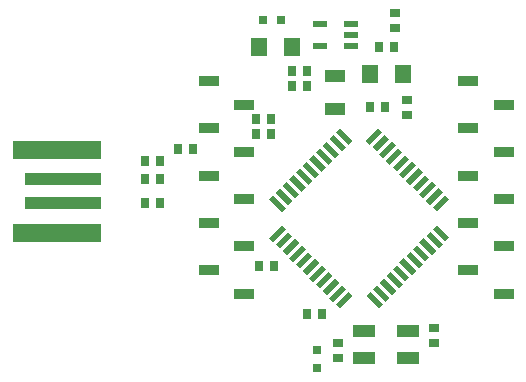
<source format=gtp>
G75*
G70*
%OFA0B0*%
%FSLAX24Y24*%
%IPPOS*%
%LPD*%
%AMOC8*
5,1,8,0,0,1.08239X$1,22.5*
%
%ADD10R,0.0276X0.0354*%
%ADD11R,0.0551X0.0630*%
%ADD12R,0.0354X0.0276*%
%ADD13R,0.0315X0.0315*%
%ADD14R,0.0591X0.0197*%
%ADD15R,0.0197X0.0591*%
%ADD16R,0.0748X0.0433*%
%ADD17R,0.0709X0.0394*%
%ADD18R,0.0472X0.0217*%
%ADD19R,0.2953X0.0591*%
%ADD20R,0.2559X0.0394*%
%ADD21R,0.0669X0.0335*%
D10*
X004944Y006401D03*
X005456Y006401D03*
X005456Y007201D03*
X004944Y007201D03*
X004944Y007801D03*
X005456Y007801D03*
X006044Y008201D03*
X006556Y008201D03*
X008644Y008701D03*
X009156Y008701D03*
X009156Y009201D03*
X008644Y009201D03*
X009844Y010301D03*
X010356Y010301D03*
X010356Y010801D03*
X009844Y010801D03*
X012444Y009601D03*
X012956Y009601D03*
X012744Y011601D03*
X013256Y011601D03*
X009256Y004301D03*
X008744Y004301D03*
X010344Y002701D03*
X010856Y002701D03*
D11*
X012449Y010701D03*
X013551Y010701D03*
X009851Y011601D03*
X008749Y011601D03*
D12*
X013300Y012245D03*
X013300Y012757D03*
X013700Y009857D03*
X013700Y009345D03*
X014600Y002257D03*
X014600Y001745D03*
X011400Y001757D03*
X011400Y001245D03*
D13*
X010700Y001496D03*
X010700Y000905D03*
X009495Y012501D03*
X008905Y012501D03*
D14*
G36*
X011733Y008351D02*
X011316Y008766D01*
X011455Y008905D01*
X011872Y008490D01*
X011733Y008351D01*
G37*
G36*
X011511Y008128D02*
X011094Y008543D01*
X011233Y008682D01*
X011650Y008267D01*
X011511Y008128D01*
G37*
G36*
X011288Y007905D02*
X010871Y008320D01*
X011010Y008459D01*
X011427Y008044D01*
X011288Y007905D01*
G37*
G36*
X011066Y007682D02*
X010649Y008097D01*
X010788Y008236D01*
X011205Y007821D01*
X011066Y007682D01*
G37*
G36*
X010844Y007459D02*
X010427Y007874D01*
X010566Y008013D01*
X010983Y007598D01*
X010844Y007459D01*
G37*
G36*
X010622Y007235D02*
X010205Y007650D01*
X010344Y007789D01*
X010761Y007374D01*
X010622Y007235D01*
G37*
G36*
X010399Y007012D02*
X009982Y007427D01*
X010121Y007566D01*
X010538Y007151D01*
X010399Y007012D01*
G37*
G36*
X010177Y006789D02*
X009760Y007204D01*
X009899Y007343D01*
X010316Y006928D01*
X010177Y006789D01*
G37*
G36*
X009955Y006566D02*
X009538Y006981D01*
X009677Y007120D01*
X010094Y006705D01*
X009955Y006566D01*
G37*
G36*
X009732Y006343D02*
X009315Y006758D01*
X009454Y006897D01*
X009871Y006482D01*
X009732Y006343D01*
G37*
G36*
X009510Y006120D02*
X009093Y006535D01*
X009232Y006674D01*
X009649Y006259D01*
X009510Y006120D01*
G37*
G36*
X013190Y003342D02*
X012773Y003757D01*
X012912Y003896D01*
X013329Y003481D01*
X013190Y003342D01*
G37*
G36*
X012967Y003119D02*
X012550Y003534D01*
X012689Y003673D01*
X013106Y003258D01*
X012967Y003119D01*
G37*
G36*
X012745Y002896D02*
X012328Y003311D01*
X012467Y003450D01*
X012884Y003035D01*
X012745Y002896D01*
G37*
G36*
X013412Y003566D02*
X012995Y003981D01*
X013134Y004120D01*
X013551Y003705D01*
X013412Y003566D01*
G37*
G36*
X013634Y003789D02*
X013217Y004204D01*
X013356Y004343D01*
X013773Y003928D01*
X013634Y003789D01*
G37*
G36*
X013856Y004012D02*
X013439Y004427D01*
X013578Y004566D01*
X013995Y004151D01*
X013856Y004012D01*
G37*
G36*
X014079Y004235D02*
X013662Y004650D01*
X013801Y004789D01*
X014218Y004374D01*
X014079Y004235D01*
G37*
G36*
X014301Y004458D02*
X013884Y004873D01*
X014023Y005012D01*
X014440Y004597D01*
X014301Y004458D01*
G37*
G36*
X014523Y004681D02*
X014106Y005096D01*
X014245Y005235D01*
X014662Y004820D01*
X014523Y004681D01*
G37*
G36*
X014746Y004904D02*
X014329Y005319D01*
X014468Y005458D01*
X014885Y005043D01*
X014746Y004904D01*
G37*
G36*
X014968Y005127D02*
X014551Y005542D01*
X014690Y005681D01*
X015107Y005266D01*
X014968Y005127D01*
G37*
D15*
G36*
X014689Y006128D02*
X014550Y006267D01*
X014965Y006684D01*
X015104Y006545D01*
X014689Y006128D01*
G37*
G36*
X014466Y006351D02*
X014327Y006490D01*
X014742Y006907D01*
X014881Y006768D01*
X014466Y006351D01*
G37*
G36*
X014243Y006573D02*
X014104Y006712D01*
X014519Y007129D01*
X014658Y006990D01*
X014243Y006573D01*
G37*
G36*
X014020Y006795D02*
X013881Y006934D01*
X014296Y007351D01*
X014435Y007212D01*
X014020Y006795D01*
G37*
G36*
X013797Y007018D02*
X013658Y007157D01*
X014073Y007574D01*
X014212Y007435D01*
X013797Y007018D01*
G37*
G36*
X013574Y007240D02*
X013435Y007379D01*
X013850Y007796D01*
X013989Y007657D01*
X013574Y007240D01*
G37*
G36*
X013351Y007462D02*
X013212Y007601D01*
X013627Y008018D01*
X013766Y007879D01*
X013351Y007462D01*
G37*
G36*
X013128Y007685D02*
X012989Y007824D01*
X013404Y008241D01*
X013543Y008102D01*
X013128Y007685D01*
G37*
G36*
X012905Y007907D02*
X012766Y008046D01*
X013181Y008463D01*
X013320Y008324D01*
X012905Y007907D01*
G37*
G36*
X012681Y008129D02*
X012542Y008268D01*
X012957Y008685D01*
X013096Y008546D01*
X012681Y008129D01*
G37*
G36*
X012458Y008352D02*
X012319Y008491D01*
X012734Y008908D01*
X012873Y008769D01*
X012458Y008352D01*
G37*
G36*
X009235Y005117D02*
X009096Y005256D01*
X009511Y005673D01*
X009650Y005534D01*
X009235Y005117D01*
G37*
G36*
X009458Y004894D02*
X009319Y005033D01*
X009734Y005450D01*
X009873Y005311D01*
X009458Y004894D01*
G37*
G36*
X009681Y004672D02*
X009542Y004811D01*
X009957Y005228D01*
X010096Y005089D01*
X009681Y004672D01*
G37*
G36*
X009904Y004450D02*
X009765Y004589D01*
X010180Y005006D01*
X010319Y004867D01*
X009904Y004450D01*
G37*
G36*
X010127Y004227D02*
X009988Y004366D01*
X010403Y004783D01*
X010542Y004644D01*
X010127Y004227D01*
G37*
G36*
X010350Y004005D02*
X010211Y004144D01*
X010626Y004561D01*
X010765Y004422D01*
X010350Y004005D01*
G37*
G36*
X010573Y003783D02*
X010434Y003922D01*
X010849Y004339D01*
X010988Y004200D01*
X010573Y003783D01*
G37*
G36*
X010796Y003561D02*
X010657Y003700D01*
X011072Y004117D01*
X011211Y003978D01*
X010796Y003561D01*
G37*
G36*
X011019Y003338D02*
X010880Y003477D01*
X011295Y003894D01*
X011434Y003755D01*
X011019Y003338D01*
G37*
G36*
X011243Y003116D02*
X011104Y003255D01*
X011519Y003672D01*
X011658Y003533D01*
X011243Y003116D01*
G37*
G36*
X011466Y002894D02*
X011327Y003033D01*
X011742Y003450D01*
X011881Y003311D01*
X011466Y002894D01*
G37*
D16*
X012272Y002153D03*
X012272Y001248D03*
X013728Y001248D03*
X013728Y002153D03*
D17*
X011300Y009549D03*
X011300Y010652D03*
D18*
X010788Y011627D03*
X010788Y012375D03*
X011812Y012375D03*
X011812Y012001D03*
X011812Y011627D03*
D19*
X002021Y008179D03*
X002021Y005423D03*
D20*
X002218Y006407D03*
X002218Y007194D03*
D21*
X007079Y004175D03*
X008260Y003388D03*
X008260Y004963D03*
X007079Y005750D03*
X008260Y006538D03*
X007079Y007325D03*
X008260Y008112D03*
X007079Y008900D03*
X008260Y009687D03*
X007079Y010475D03*
X015740Y010475D03*
X016921Y009687D03*
X015740Y008900D03*
X016921Y008112D03*
X015740Y007325D03*
X016921Y006538D03*
X015740Y005750D03*
X016921Y004963D03*
X015740Y004175D03*
X016921Y003388D03*
M02*

</source>
